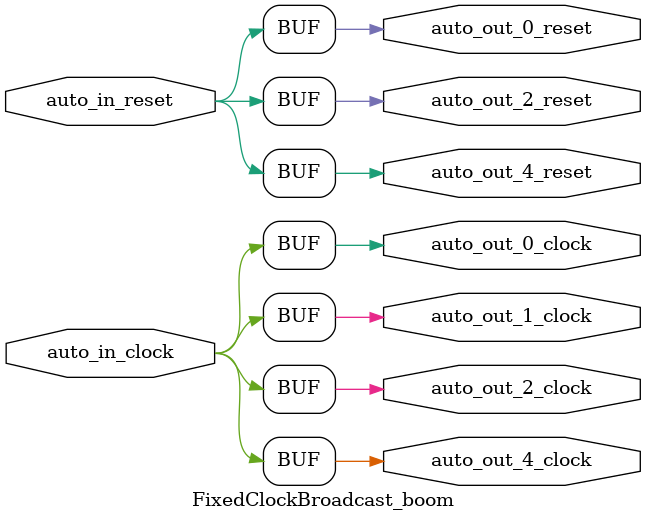
<source format=sv>
`ifndef RANDOMIZE
  `ifdef RANDOMIZE_REG_INIT
    `define RANDOMIZE
  `endif // RANDOMIZE_REG_INIT
`endif // not def RANDOMIZE
`ifndef RANDOMIZE
  `ifdef RANDOMIZE_MEM_INIT
    `define RANDOMIZE
  `endif // RANDOMIZE_MEM_INIT
`endif // not def RANDOMIZE

`ifndef RANDOM
  `define RANDOM $random
`endif // not def RANDOM

// Users can define 'PRINTF_COND' to add an extra gate to prints.
`ifndef PRINTF_COND_
  `ifdef PRINTF_COND
    `define PRINTF_COND_ (`PRINTF_COND)
  `else  // PRINTF_COND
    `define PRINTF_COND_ 1
  `endif // PRINTF_COND
`endif // not def PRINTF_COND_

// Users can define 'ASSERT_VERBOSE_COND' to add an extra gate to assert error printing.
`ifndef ASSERT_VERBOSE_COND_
  `ifdef ASSERT_VERBOSE_COND
    `define ASSERT_VERBOSE_COND_ (`ASSERT_VERBOSE_COND)
  `else  // ASSERT_VERBOSE_COND
    `define ASSERT_VERBOSE_COND_ 1
  `endif // ASSERT_VERBOSE_COND
`endif // not def ASSERT_VERBOSE_COND_

// Users can define 'STOP_COND' to add an extra gate to stop conditions.
`ifndef STOP_COND_
  `ifdef STOP_COND
    `define STOP_COND_ (`STOP_COND)
  `else  // STOP_COND
    `define STOP_COND_ 1
  `endif // STOP_COND
`endif // not def STOP_COND_

// Users can define INIT_RANDOM as general code that gets injected into the
// initializer block for modules with registers.
`ifndef INIT_RANDOM
  `define INIT_RANDOM
`endif // not def INIT_RANDOM

// If using random initialization, you can also define RANDOMIZE_DELAY to
// customize the delay used, otherwise 0.002 is used.
`ifndef RANDOMIZE_DELAY
  `define RANDOMIZE_DELAY 0.002
`endif // not def RANDOMIZE_DELAY

// Define INIT_RANDOM_PROLOG_ for use in our modules below.
`ifndef INIT_RANDOM_PROLOG_
  `ifdef RANDOMIZE
    `ifdef VERILATOR
      `define INIT_RANDOM_PROLOG_ `INIT_RANDOM
    `else  // VERILATOR
      `define INIT_RANDOM_PROLOG_ `INIT_RANDOM #`RANDOMIZE_DELAY begin end
    `endif // VERILATOR
  `else  // RANDOMIZE
    `define INIT_RANDOM_PROLOG_
  `endif // RANDOMIZE
`endif // not def INIT_RANDOM_PROLOG_

module FixedClockBroadcast_boom(
  input  auto_in_clock,
         auto_in_reset,
  output auto_out_4_clock,
         auto_out_4_reset,
         auto_out_2_clock,
         auto_out_2_reset,
         auto_out_1_clock,
         auto_out_0_clock,
         auto_out_0_reset
);

  assign auto_out_4_clock = auto_in_clock;
  assign auto_out_4_reset = auto_in_reset;
  assign auto_out_2_clock = auto_in_clock;
  assign auto_out_2_reset = auto_in_reset;
  assign auto_out_1_clock = auto_in_clock;
  assign auto_out_0_clock = auto_in_clock;
  assign auto_out_0_reset = auto_in_reset;
endmodule


</source>
